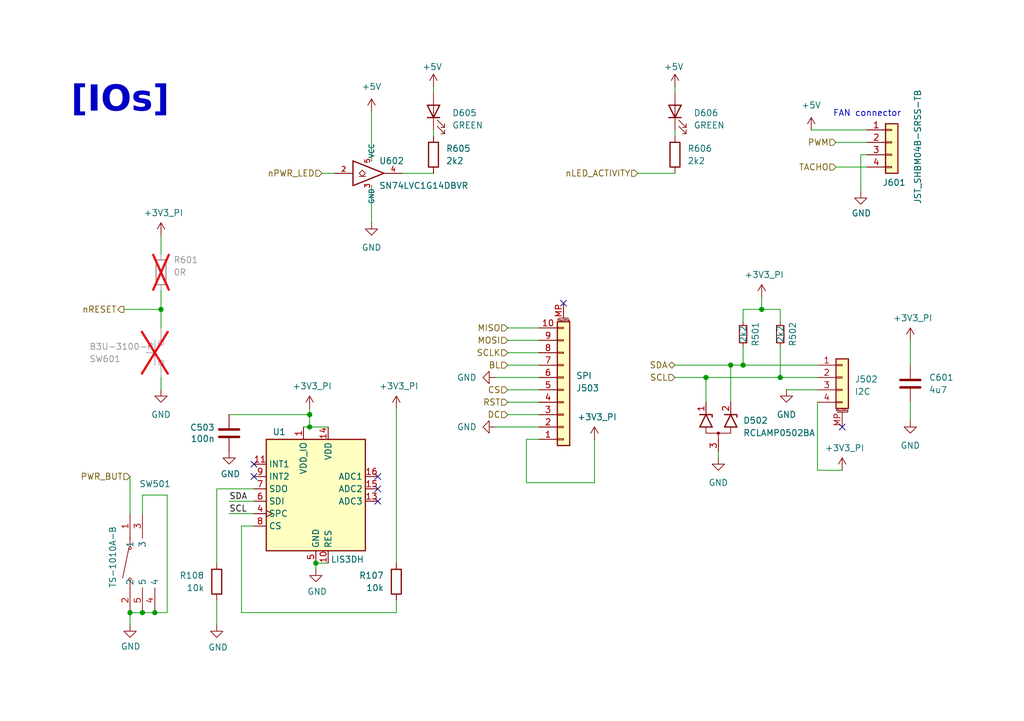
<source format=kicad_sch>
(kicad_sch (version 20250114) (generator "eeschema") (generator_version "9.0")
  (paper "A5")
  (title_block (title "CM5 MINIMA") (date "2024-12-17") (rev "2") (company "Pierluigi Colangeli"))
  (lib_symbols
    (symbol "74LVC1G07_copy_1"
      (property "Reference" "U1" (at 1.524 2.54 0))
      (property "Value" "74LVC1G07SE-7" (at 1.524 -2.54 0))
      (symbol "74LVC1G07_copy_1_0_1"
        (polyline (pts (xy -3.81 2.54) (xy -3.81 -2.54) (xy 2.54 0) (xy -3.81 2.54)) (stroke (width 0.254)))
        (polyline (pts (xy -2.54 -0.635) (xy -1.27 -0.635)))
        (polyline (pts (xy -1.905 0.635) (xy -2.54 0) (xy -1.905 -0.635) (xy -1.27 0) (xy -1.905 0.635)))
      )
      (symbol "74LVC1G07_copy_1_1_1"
        (pin input line (at -7.62 0 0) (length 3.81) (name "~") (number "2"))
        (pin no_connect line (at -5.08 5.08 0) (length 2.54) (hide yes) (name "1") (number "1"))
        (pin power_in line (at 0 2.54 90) (length 0) (name "VCC") (number "5"))
        (pin power_in line (at 0 -2.54 270) (length 0) (name "GND") (number "3"))
        (pin open_collector line (at 6.35 0 180) (length 3.81) (name "~") (number "4"))
      )
    )
    (symbol "Connector_Generic:Conn_01x04" (pin_names (offset 1.016) (hide yes))
      (property "Reference" "J" (at 0 5.08 0))
      (property "Value" "Conn_01x04" (at 0 -7.62 0))
      (symbol "Conn_01x04_1_1"
        (rectangle (start -1.27 3.81) (end 1.27 -6.35) (stroke (width 0.254)) (fill (type background)))
        (rectangle (start -1.27 2.667) (end 0 2.413) (stroke (width 0.1524)))
        (rectangle (start -1.27 0.127) (end 0 -0.127) (stroke (width 0.1524)))
        (rectangle (start -1.27 -2.413) (end 0 -2.667) (stroke (width 0.1524)))
        (rectangle (start -1.27 -4.953) (end 0 -5.207) (stroke (width 0.1524)))
        (pin passive line (at -5.08 2.54 0) (length 3.81) (name "Pin_1") (number "1"))
        (pin passive line (at -5.08 0 0) (length 3.81) (name "Pin_2") (number "2"))
        (pin passive line (at -5.08 -2.54 0) (length 3.81) (name "Pin_3") (number "3"))
        (pin passive line (at -5.08 -5.08 0) (length 3.81) (name "Pin_4") (number "4"))
      )
    )
    (symbol "Connector_Generic_MountingPin:Conn_01x04_MountingPin" (pin_names (offset 1.016) (hide yes))
      (property "Reference" "J" (at 0 5.08 0))
      (property "Value" "Conn_01x04_MountingPin" (at 1.27 -7.62 0))
      (symbol "Conn_01x04_MountingPin_1_1"
        (rectangle (start -1.27 3.81) (end 1.27 -6.35) (stroke (width 0.254)) (fill (type background)))
        (rectangle (start -1.27 2.667) (end 0 2.413) (stroke (width 0.1524)))
        (rectangle (start -1.27 0.127) (end 0 -0.127) (stroke (width 0.1524)))
        (rectangle (start -1.27 -2.413) (end 0 -2.667) (stroke (width 0.1524)))
        (rectangle (start -1.27 -4.953) (end 0 -5.207) (stroke (width 0.1524)))
        (polyline (pts (xy -1.016 -7.112) (xy 1.016 -7.112)) (stroke (width 0.1524)))
        (text "Mounting" (at 0 -6.731 0) (effects (font (size 0.381 0.381))))
        (pin passive line (at -5.08 2.54 0) (length 3.81) (name "Pin_1") (number "1"))
        (pin passive line (at -5.08 0 0) (length 3.81) (name "Pin_2") (number "2"))
        (pin passive line (at -5.08 -2.54 0) (length 3.81) (name "Pin_3") (number "3"))
        (pin passive line (at -5.08 -5.08 0) (length 3.81) (name "Pin_4") (number "4"))
        (pin passive line (at 0 -10.16 90) (length 3.048) (name "MountPin") (number "MP"))
      )
    )
    (symbol "Connector_Generic_MountingPin:Conn_01x10_MountingPin" (pin_names (offset 1.016) (hide yes))
      (property "Reference" "J" (at 0 12.7 0))
      (property "Value" "Conn_01x10_MountingPin" (at 1.27 -15.24 0))
      (symbol "Conn_01x10_MountingPin_1_1"
        (rectangle (start -1.27 11.43) (end 1.27 -13.97) (stroke (width 0.254)) (fill (type background)))
        (rectangle (start -1.27 10.287) (end 0 10.033) (stroke (width 0.1524)))
        (rectangle (start -1.27 7.747) (end 0 7.493) (stroke (width 0.1524)))
        (rectangle (start -1.27 5.207) (end 0 4.953) (stroke (width 0.1524)))
        (rectangle (start -1.27 2.667) (end 0 2.413) (stroke (width 0.1524)))
        (rectangle (start -1.27 0.127) (end 0 -0.127) (stroke (width 0.1524)))
        (rectangle (start -1.27 -2.413) (end 0 -2.667) (stroke (width 0.1524)))
        (rectangle (start -1.27 -4.953) (end 0 -5.207) (stroke (width 0.1524)))
        (rectangle (start -1.27 -7.493) (end 0 -7.747) (stroke (width 0.1524)))
        (rectangle (start -1.27 -10.033) (end 0 -10.287) (stroke (width 0.1524)))
        (rectangle (start -1.27 -12.573) (end 0 -12.827) (stroke (width 0.1524)))
        (polyline (pts (xy -1.016 -14.732) (xy 1.016 -14.732)) (stroke (width 0.1524)))
        (text "Mounting" (at 0 -14.351 0) (effects (font (size 0.381 0.381))))
        (pin passive line (at -5.08 10.16 0) (length 3.81) (name "Pin_1") (number "1"))
        (pin passive line (at -5.08 7.62 0) (length 3.81) (name "Pin_2") (number "2"))
        (pin passive line (at -5.08 5.08 0) (length 3.81) (name "Pin_3") (number "3"))
        (pin passive line (at -5.08 2.54 0) (length 3.81) (name "Pin_4") (number "4"))
        (pin passive line (at -5.08 0 0) (length 3.81) (name "Pin_5") (number "5"))
        (pin passive line (at -5.08 -2.54 0) (length 3.81) (name "Pin_6") (number "6"))
        (pin passive line (at -5.08 -5.08 0) (length 3.81) (name "Pin_7") (number "7"))
        (pin passive line (at -5.08 -7.62 0) (length 3.81) (name "Pin_8") (number "8"))
        (pin passive line (at -5.08 -10.16 0) (length 3.81) (name "Pin_9") (number "9"))
        (pin passive line (at -5.08 -12.7 0) (length 3.81) (name "Pin_10") (number "10"))
        (pin passive line (at 0 -17.78 90) (length 3.048) (name "MountPin") (number "MP"))
      )
    )
    (symbol "Device:C" (pin_numbers (hide yes)) (pin_names (offset 0.254))
      (property "Reference" "C" (at 0.635 2.54 0))
      (property "Value" "C" (at 0.635 -2.54 0))
      (symbol "C_0_1"
        (polyline (pts (xy -2.032 0.762) (xy 2.032 0.762)) (stroke (width 0.508)))
        (polyline (pts (xy -2.032 -0.762) (xy 2.032 -0.762)) (stroke (width 0.508)))
      )
      (symbol "C_1_1"
        (pin passive line (at 0 3.81 270) (length 2.794) (name "~") (number "1"))
        (pin passive line (at 0 -3.81 90) (length 2.794) (name "~") (number "2"))
      )
    )
    (symbol "Device:LED" (pin_numbers (hide yes)) (pin_names (offset 1.016) (hide yes))
      (property "Reference" "D" (at 0 2.54 0))
      (property "Value" "LED" (at 0 -2.54 0))
      (symbol "LED_0_1"
        (polyline (pts (xy -3.048 -0.762) (xy -4.572 -2.286) (xy -3.81 -2.286) (xy -4.572 -2.286) (xy -4.572 -1.524)))
        (polyline (pts (xy -1.778 -0.762) (xy -3.302 -2.286) (xy -2.54 -2.286) (xy -3.302 -2.286) (xy -3.302 -1.524)))
        (polyline (pts (xy -1.27 0) (xy 1.27 0)))
        (polyline (pts (xy -1.27 -1.27) (xy -1.27 1.27)) (stroke (width 0.254)))
        (polyline (pts (xy 1.27 -1.27) (xy 1.27 1.27) (xy -1.27 0) (xy 1.27 -1.27)) (stroke (width 0.254)))
      )
      (symbol "LED_1_1"
        (pin passive line (at -3.81 0 0) (length 2.54) (name "K") (number "1"))
        (pin passive line (at 3.81 0 180) (length 2.54) (name "A") (number "2"))
      )
    )
    (symbol "Device:R" (pin_numbers (hide yes)) (pin_names (offset 0))
      (property "Reference" "R" (at 2.032 0 90))
      (property "Value" "R" (at 0 0 90))
      (symbol "R_0_1"
        (rectangle (start -1.016 -2.54) (end 1.016 2.54) (stroke (width 0.254)))
      )
      (symbol "R_1_1"
        (pin passive line (at 0 3.81 270) (length 1.27) (name "~") (number "1"))
        (pin passive line (at 0 -3.81 90) (length 1.27) (name "~") (number "2"))
      )
    )
    (symbol "Device:R_Small" (pin_numbers (hide yes)) (pin_names (offset 0.254) (hide yes))
      (property "Reference" "R" (at 0.762 0.508 0))
      (property "Value" "R_Small" (at 0.762 -1.016 0))
      (symbol "R_Small_0_1"
        (rectangle (start -0.762 1.778) (end 0.762 -1.778) (stroke (width 0.2032)))
      )
      (symbol "R_Small_1_1"
        (pin passive line (at 0 2.54 270) (length 0.762) (name "~") (number "1"))
        (pin passive line (at 0 -2.54 90) (length 0.762) (name "~") (number "2"))
      )
    )
    (symbol "EasyEDA:TS-1010A-B"
      (property "Reference" "SW" (at 0 7.62 0))
      (property "Value" "TS-1010A-B" (at 0 -7.62 0))
      (symbol "TS-1010A-B_0_1"
        (polyline (pts (xy -4.83 2.54) (xy -5.33 2.54)))
        (polyline (pts (xy -4.83 2.54) (xy -3.3 2.54)))
        (polyline (pts (xy -3.05 2.79) (xy 3.05 4.06)))
        (circle (center -3.05 2.54) (radius 0.25))
        (circle (center 3.3 2.54) (radius 0.25))
        (polyline (pts (xy 5.08 2.54) (xy 3.56 2.54)))
        (pin unspecified line (at -10.16 2.54 0) (length 5.08) (name "1") (number "1"))
        (pin unspecified line (at -10.16 0 0) (length 5.08) (name "3") (number "3"))
        (pin unspecified line (at 10.16 2.54 180) (length 5.08) (name "2") (number "2"))
        (pin unspecified line (at 10.16 0 180) (length 5.08) (name "5") (number "5"))
        (pin unspecified line (at 10.16 -2.54 180) (length 5.08) (name "4") (number "4"))
      )
    )
    (symbol "Power_Protection:RCLAMP0502BA" (pin_names (hide yes))
      (property "Reference" "D" (at 0 5.08 0))
      (property "Value" "RCLAMP0502BA" (at 0 -5.08 0))
      (symbol "RCLAMP0502BA_0_1"
        (polyline (pts (xy -2.54 0) (xy -1.27 0)))
        (polyline (pts (xy -1.27 2.54) (xy -1.27 -2.54)))
        (polyline (pts (xy 0 2.54) (xy -1.27 2.54)) (stroke (width 0.1524)))
        (polyline (pts (xy 0 1.27) (xy 0 3.81) (xy 2.54 2.54) (xy 0 1.27)) (stroke (width 0.254)))
        (polyline (pts (xy 2.54 3.81) (xy 2.54 1.27) (xy 2.032 1.27)) (stroke (width 0.254)))
        (pin passive line (at -5.08 0 0) (length 2.54) (name "A") (number "3"))
      )
      (symbol "RCLAMP0502BA_1_1"
        (circle (center -1.27 0) (radius 0.254) (fill (type outline)))
        (polyline (pts (xy 0 -2.54) (xy -1.27 -2.54)) (stroke (width 0.1524)))
        (polyline (pts (xy 0 -3.81) (xy 0 -1.27) (xy 2.54 -2.54) (xy 0 -3.81)) (stroke (width 0.254)))
        (polyline (pts (xy 2.54 -1.27) (xy 2.54 -3.81) (xy 2.032 -3.81)) (stroke (width 0.254)))
        (pin passive line (at 5.08 2.54 180) (length 2.54) (name "K1") (number "1"))
        (pin passive line (at 5.08 -2.54 180) (length 2.54) (name "K2") (number "2"))
      )
    )
    (symbol "Sensor_Motion:LIS3DH"
      (property "Reference" "U" (at -7.62 11.43 0))
      (property "Value" "LIS3DH" (at 6.35 11.43 0))
      (symbol "LIS3DH_0_1"
        (rectangle (start -10.16 10.16) (end 10.16 -12.7) (stroke (width 0.254)) (fill (type background)))
      )
      (symbol "LIS3DH_1_1"
        (pin output line (at -12.7 5.08 0) (length 2.54) (name "INT1") (number "11"))
        (pin output line (at -12.7 2.54 0) (length 2.54) (name "INT2") (number "9"))
        (pin output line (at -12.7 0 0) (length 2.54) (name "SDO") (number "7"))
        (pin input line (at -12.7 -2.54 0) (length 2.54) (name "SDI") (number "6"))
        (pin input clock (at -12.7 -5.08 0) (length 2.54) (name "SPC") (number "4"))
        (pin input line (at -12.7 -7.62 0) (length 2.54) (name "CS") (number "8"))
        (pin power_in line (at -2.54 12.7 270) (length 2.54) (name "VDD_IO") (number "1"))
        (pin passive line (at 0 -15.24 90) (length 2.54) (hide yes) (name "GND") (number "12"))
        (pin power_in line (at 0 -15.24 90) (length 2.54) (name "GND") (number "5"))
        (pin power_in line (at 2.54 12.7 270) (length 2.54) (name "VDD") (number "14"))
        (pin passive line (at 2.54 -15.24 90) (length 2.54) (name "RES") (number "10"))
        (pin no_connect line (at 10.16 7.62 180) (length 2.54) (hide yes) (name "NC") (number "3"))
        (pin no_connect line (at 10.16 5.08 180) (length 2.54) (hide yes) (name "NC") (number "2"))
        (pin input line (at 12.7 2.54 180) (length 2.54) (name "ADC1") (number "16"))
        (pin input line (at 12.7 0 180) (length 2.54) (name "ADC2") (number "15"))
        (pin input line (at 12.7 -2.54 180) (length 2.54) (name "ADC3") (number "13"))
      )
    )
    (symbol "Switch:SW_Push" (pin_numbers (hide yes)) (pin_names (offset 1.016) (hide yes))
      (property "Reference" "SW" (at 1.27 2.54 0))
      (property "Value" "SW_Push" (at 0 -1.524 0))
      (symbol "SW_Push_0_1"
        (circle (center -2.032 0) (radius 0.508))
        (polyline (pts (xy 0 1.27) (xy 0 3.048)))
        (circle (center 2.032 0) (radius 0.508))
        (polyline (pts (xy 2.54 1.27) (xy -2.54 1.27)))
        (pin passive line (at -5.08 0 0) (length 2.54) (name "1") (number "1"))
        (pin passive line (at 5.08 0 180) (length 2.54) (name "2") (number "2"))
      )
    )
    (symbol "power:+3V3" (power) (pin_numbers (hide yes)) (pin_names (offset 0) (hide yes))
      (property "Value" "+3V3" (at 0 3.556 0))
      (symbol "+3V3_0_1"
        (polyline (pts (xy -0.762 1.27) (xy 0 2.54)))
        (polyline (pts (xy 0 2.54) (xy 0.762 1.27)))
        (polyline (pts (xy 0 0) (xy 0 2.54)))
      )
      (symbol "+3V3_1_1"
        (pin power_in line (at 0 0 90) (length 0) (name "~") (number "1"))
      )
    )
    (symbol "power:+5V" (power) (pin_numbers (hide yes)) (pin_names (offset 0) (hide yes))
      (property "Value" "+5V" (at 0 3.556 0))
      (symbol "+5V_0_1"
        (polyline (pts (xy -0.762 1.27) (xy 0 2.54)))
        (polyline (pts (xy 0 2.54) (xy 0.762 1.27)))
        (polyline (pts (xy 0 0) (xy 0 2.54)))
      )
      (symbol "+5V_1_1"
        (pin power_in line (at 0 0 90) (length 0) (name "~") (number "1"))
      )
    )
    (symbol "power:GND" (power) (pin_numbers (hide yes)) (pin_names (offset 0) (hide yes))
      (property "Value" "GND" (at 0 -3.81 0))
      (symbol "GND_0_1"
        (polyline (pts (xy 0 0) (xy 0 -1.27) (xy 1.27 -1.27) (xy 0 -2.54) (xy -1.27 -1.27) (xy 0 -1.27)))
      )
      (symbol "GND_1_1"
        (pin power_in line (at 0 0 270) (length 0) (name "~") (number "1"))
      )
    )
  )
  (text "[IOs]" (at 24.638 22.098 0) (effects (font (size 5.27 5.27) (bold yes))))
  (text "FAN connector\n" (at 170.815 24.13 0) (effects (font (size 1.27 1.27)) (justify left bottom)))
  (junction (at 152.4 74.93))
  (junction (at 144.78 77.47))
  (junction (at 149.86 74.93))
  (junction (at 160.02 77.47))
  (junction (at 63.5 87.63))
  (junction (at 31.75 125.73))
  (junction (at 156.21 63.5))
  (junction (at 26.67 125.73))
  (junction (at 64.77 115.57))
  (junction (at 33.02 63.5))
  (junction (at 29.21 125.73))
  (junction (at 63.5 85.09))
  (no_connect (at 77.47 100.33))
  (no_connect (at 52.07 95.25))
  (no_connect (at 77.47 97.79))
  (no_connect (at 172.72 87.63))
  (no_connect (at 115.57 62.23))
  (no_connect (at 52.07 97.79))
  (no_connect (at 77.47 102.87))
  (wire (pts (xy 110.49 80.01) (xy 104.14 80.01)))
  (wire (pts (xy 107.95 99.06) (xy 107.95 90.17)))
  (wire (pts (xy 31.75 125.73) (xy 34.29 125.73)))
  (wire (pts (xy 66.04 35.56) (xy 68.58 35.56)))
  (wire (pts (xy 104.14 74.93) (xy 110.49 74.93)))
  (wire (pts (xy 25.4 63.5) (xy 33.02 63.5)))
  (wire (pts (xy 171.45 34.29) (xy 177.8 34.29)))
  (wire (pts (xy 88.9 26.67) (xy 88.9 27.94)))
  (wire (pts (xy 147.32 93.98) (xy 147.32 92.71)))
  (wire (pts (xy 44.45 100.33) (xy 44.45 115.57)))
  (wire (pts (xy 26.67 97.79) (xy 26.67 105.41)))
  (wire (pts (xy 149.86 74.93) (xy 138.43 74.93)))
  (wire (pts (xy 121.92 99.06) (xy 107.95 99.06)))
  (wire (pts (xy 149.86 74.93) (xy 149.86 82.55)))
  (wire (pts (xy 29.21 101.6) (xy 34.29 101.6)))
  (wire (pts (xy 166.37 26.67) (xy 177.8 26.67)))
  (wire (pts (xy 152.4 63.5) (xy 156.21 63.5)))
  (wire (pts (xy 76.2 33.02) (xy 76.2 22.86)))
  (wire (pts (xy 33.02 59.69) (xy 33.02 63.5)))
  (wire (pts (xy 149.86 74.93) (xy 152.4 74.93)))
  (wire (pts (xy 33.02 77.47) (xy 33.02 80.01)))
  (wire (pts (xy 64.77 115.57) (xy 67.31 115.57)))
  (wire (pts (xy 160.02 71.12) (xy 160.02 77.47)))
  (wire (pts (xy 88.9 35.56) (xy 82.55 35.56)))
  (wire (pts (xy 63.5 83.82) (xy 63.5 85.09)))
  (wire (pts (xy 26.67 125.73) (xy 29.21 125.73)))
  (wire (pts (xy 52.07 100.33) (xy 44.45 100.33)))
  (wire (pts (xy 33.02 63.5) (xy 33.02 67.31)))
  (wire (pts (xy 29.21 125.73) (xy 31.75 125.73)))
  (wire (pts (xy 107.95 90.17) (xy 110.49 90.17)))
  (wire (pts (xy 101.6 87.63) (xy 110.49 87.63)))
  (wire (pts (xy 130.81 35.56) (xy 138.43 35.56)))
  (wire (pts (xy 33.02 52.07) (xy 33.02 48.26)))
  (wire (pts (xy 144.78 77.47) (xy 160.02 77.47)))
  (wire (pts (xy 156.21 63.5) (xy 160.02 63.5)))
  (wire (pts (xy 152.4 63.5) (xy 152.4 66.04)))
  (wire (pts (xy 160.02 77.47) (xy 167.64 77.47)))
  (wire (pts (xy 167.64 96.52) (xy 172.72 96.52)))
  (wire (pts (xy 81.28 125.73) (xy 81.28 123.19)))
  (wire (pts (xy 138.43 17.78) (xy 138.43 19.05)))
  (wire (pts (xy 26.67 125.73) (xy 26.67 128.27)))
  (wire (pts (xy 88.9 17.78) (xy 88.9 19.05)))
  (wire (pts (xy 49.53 125.73) (xy 81.28 125.73)))
  (wire (pts (xy 49.53 107.95) (xy 49.53 125.73)))
  (wire (pts (xy 152.4 71.12) (xy 152.4 74.93)))
  (wire (pts (xy 156.21 60.96) (xy 156.21 63.5)))
  (wire (pts (xy 64.77 116.84) (xy 64.77 115.57)))
  (wire (pts (xy 29.21 101.6) (xy 29.21 105.41)))
  (wire (pts (xy 63.5 85.09) (xy 63.5 87.63)))
  (wire (pts (xy 44.45 123.19) (xy 44.45 128.27)))
  (wire (pts (xy 110.49 72.39) (xy 104.14 72.39)))
  (wire (pts (xy 52.07 107.95) (xy 49.53 107.95)))
  (wire (pts (xy 121.92 99.06) (xy 121.92 90.17)))
  (wire (pts (xy 167.64 96.52) (xy 167.64 82.55)))
  (wire (pts (xy 110.49 82.55) (xy 104.14 82.55)))
  (wire (pts (xy 34.29 101.6) (xy 34.29 125.73)))
  (wire (pts (xy 171.45 29.21) (xy 177.8 29.21)))
  (wire (pts (xy 186.69 69.85) (xy 186.69 74.93)))
  (wire (pts (xy 144.78 77.47) (xy 138.43 77.47)))
  (wire (pts (xy 176.53 31.75) (xy 176.53 39.37)))
  (wire (pts (xy 46.99 102.87) (xy 52.07 102.87)))
  (wire (pts (xy 160.02 63.5) (xy 160.02 66.04)))
  (wire (pts (xy 152.4 74.93) (xy 167.64 74.93)))
  (wire (pts (xy 46.99 105.41) (xy 52.07 105.41)))
  (wire (pts (xy 81.28 83.82) (xy 81.28 115.57)))
  (wire (pts (xy 110.49 77.47) (xy 101.6 77.47)))
  (wire (pts (xy 46.99 85.09) (xy 63.5 85.09)))
  (wire (pts (xy 62.23 87.63) (xy 63.5 87.63)))
  (wire (pts (xy 76.2 38.1) (xy 76.2 45.72)))
  (wire (pts (xy 186.69 82.55) (xy 186.69 86.36)))
  (wire (pts (xy 177.8 31.75) (xy 176.53 31.75)))
  (wire (pts (xy 161.29 80.01) (xy 167.64 80.01)))
  (wire (pts (xy 144.78 77.47) (xy 144.78 82.55)))
  (wire (pts (xy 110.49 69.85) (xy 104.14 69.85)))
  (wire (pts (xy 110.49 67.31) (xy 104.14 67.31)))
  (wire (pts (xy 63.5 87.63) (xy 67.31 87.63)))
  (wire (pts (xy 138.43 26.67) (xy 138.43 27.94)))
  (wire (pts (xy 110.49 85.09) (xy 104.14 85.09)))
  (label "SCL" (at 46.99 105.41 0))
  (label "SDA" (at 46.99 102.87 0))
  (hierarchical_label "TACHO" (shape input) (at 171.45 34.29 180))
  (hierarchical_label "PWM" (shape input) (at 171.45 29.21 180))
  (hierarchical_label "nLED_ACTIVITY" (shape input) (at 130.81 35.56 180))
  (hierarchical_label "BL" (shape input) (at 104.14 74.93 180))
  (hierarchical_label "RST" (shape input) (at 104.14 82.55 180))
  (hierarchical_label "MOSI" (shape input) (at 104.14 69.85 180))
  (hierarchical_label "nPWR_LED" (shape input) (at 66.04 35.56 180))
  (hierarchical_label "SDA" (shape bidirectional) (at 138.43 74.93 180))
  (hierarchical_label "nRESET" (shape output) (at 25.4 63.5 180))
  (hierarchical_label "SCL" (shape input) (at 138.43 77.47 180))
  (hierarchical_label "SCLK" (shape input) (at 104.14 72.39 180))
  (hierarchical_label "DC" (shape input) (at 104.14 85.09 180))
  (hierarchical_label "PWR_BUT" (shape input) (at 26.67 97.79 180))
  (hierarchical_label "CS" (shape input) (at 104.14 80.01 180))
  (hierarchical_label "MISO" (shape input) (at 104.14 67.31 180))
  (symbol (lib_id "power:GND") (at 26.67 128.27 0) (unit 1)
    (property "Reference" "#PWR0606" (effects (hide yes)))
    (property "Value" "GND" (at 26.797 132.6642 0))
    (property "Description" "Power symbol creates a global label with name \"GND\" , ground" (effects (hide yes)))
  )
  (symbol (lib_id "power:GND") (at 101.6 87.63 270) (unit 1)
    (property "Reference" "#PWR0505" (effects (hide yes)))
    (property "Value" "GND" (at 97.79 87.6299 90) (effects (justify right)))
  )
  (symbol (lib_id "power:+3V3") (at 121.92 90.17 0) (unit 1)
    (property "Reference" "#PWR0509" (effects (hide yes)))
    (property "Value" "+3V3_PI" (at 118.364 85.598 0) (effects (justify left)))
    (property "Description" "Power symbol creates a global label with name \"+3V3\"" (effects (hide yes)))
  )
  (symbol (lib_id "power:GND") (at 33.02 80.01 0) (unit 1)
    (property "Reference" "#PWR0601" (effects (hide yes)))
    (property "Value" "GND" (at 33.02 85.09 0))
    (property "Description" "Power symbol creates a global label with name \"GND\" , ground" (effects (hide yes)))
  )
  (symbol (lib_id "EasyEDA:TS-1010A-B") (at 29.21 115.57 90) (mirror x) (unit 1)
    (property "Reference" "SW501" (at 35.052 99.314 90) (effects (justify left)))
    (property "Value" "TS-1010A-B" (at 23.114 107.95 0) (effects (justify left)))
    (property "Footprint" "EasyEDA:SW-SMD_TS-1010A-B" (effects (hide yes)))
    (property "Datasheet" "https://lcsc.com/product-detail/Tactile-Switches_XKB-Enterprise-TS-1010A-B_C381059.html" (effects (hide yes)))
    (property "LCSC Part" "C381059" (effects (hide yes)))
  )
  (symbol (lib_id "Device:C") (at 46.99 88.9 0) (mirror y) (unit 1)
    (property "Reference" "C503" (at 44.069 87.7316 0) (effects (justify left)))
    (property "Value" "100n" (at 44.069 90.043 0) (effects (justify left)))
    (property "Footprint" "Capacitor_SMD:C_0402_1005Metric" (effects (hide yes)))
    (property "Datasheet" "https://search.murata.co.jp/Ceramy/image/img/A01X/G101/ENG/GRM155R71C104KA88-01.pdf" (effects (hide yes)))
    (property "Field4" "Farnell" (effects (hide yes)))
    (property "Field5" "2611911" (effects (hide yes)))
    (property "Field6" "RM EMK105 B7104KV-F" (effects (hide yes)))
    (property "Field7" "TAIYO YUDEN EUROPE GMBH" (effects (hide yes)))
    (property "Part Description" "	0.1uF 10% 16V Ceramic Capacitor X7R 0402 (1005 Metric)" (effects (hide yes)))
    (property "Field8" "110091611" (effects (hide yes)))
  )
  (symbol (lib_id "power:+3V3") (at 33.02 48.26 0) (unit 1)
    (property "Reference" "#PWR0515" (effects (hide yes)))
    (property "Value" "+3V3_PI" (at 29.464 43.688 0) (effects (justify left)))
    (property "Description" "Power symbol creates a global label with name \"+3V3\"" (effects (hide yes)))
  )
  (symbol (lib_id "power:+5V") (at 76.2 22.86 0) (unit 1)
    (property "Reference" "#PWR0516" (effects (hide yes)))
    (property "Value" "+5V" (at 76.2 17.78 0))
    (property "Description" "Power symbol creates a global label with name \"+5V\"" (effects (hide yes)))
  )
  (symbol (lib_id "Connector_Generic_MountingPin:Conn_01x04_MountingPin") (at 172.72 77.47 0) (unit 1)
    (property "Reference" "J502" (at 175.26 77.8255 0) (effects (justify left)))
    (property "Value" "I2C" (at 175.26 80.3655 0) (effects (justify left)))
    (property "Footprint" "Connector_JST:JST_SH_BM04B-SRSS-TB_1x04-1MP_P1.00mm_Vertical" (effects (hide yes)))
    (property "Description" "Generic connectable mounting pin connector, single row, 01x04, script generated (kicad-library-utils/schlib/autogen/connector/)" (effects (hide yes)))
  )
  (symbol (lib_id "Device:R_Small") (at 152.4 68.58 0) (unit 1)
    (property "Reference" "R501" (at 154.94 68.58 90))
    (property "Value" "2k2" (at 152.4 68.58 90))
    (property "Footprint" "Resistor_SMD:R_0402_1005Metric" (effects (hide yes)))
  )
  (symbol (lib_id "Device:C") (at 186.69 78.74 0) (unit 1)
    (property "Reference" "C601" (at 190.5 77.47 0) (effects (justify left)))
    (property "Value" "4u7" (at 190.5 80.01 0) (effects (justify left)))
    (property "Footprint" "Capacitor_SMD:C_0805_2012Metric" (effects (hide yes)))
    (property "P/N" "C0805C475M3PAC" (effects (hide yes)))
    (property "Package" "0805" (effects (hide yes)))
    (property "VAux" "25V" (effects (hide yes)))
    (property "Part Description" "4.7uF 10% 10V Ceramic Capacitor X7R 0805 (2012 Metric)" (effects (hide yes)))
  )
  (symbol (lib_id "power:+3V3") (at 156.21 60.96 0) (unit 1)
    (property "Reference" "#PWR0507" (effects (hide yes)))
    (property "Value" "+3V3_PI" (at 152.654 56.388 0) (effects (justify left)))
    (property "Description" "Power symbol creates a global label with name \"+3V3\"" (effects (hide yes)))
  )
  (symbol (lib_id "power:GND") (at 46.99 92.71 0) (mirror y) (unit 1)
    (property "Reference" "#PWR0522" (effects (hide yes)))
    (property "Value" "GND" (at 45.212 97.282 0) (effects (justify right)))
  )
  (symbol (lib_id "power:+3V3") (at 63.5 83.82 0) (unit 1)
    (property "Reference" "#PWR0518" (effects (hide yes)))
    (property "Value" "+3V3_PI" (at 59.944 79.248 0) (effects (justify left)))
    (property "Description" "Power symbol creates a global label with name \"+3V3\"" (effects (hide yes)))
  )
  (symbol (lib_id "power:GND") (at 44.45 128.27 0) (mirror y) (unit 1)
    (property "Reference" "#PWR0521" (effects (hide yes)))
    (property "Value" "GND" (at 42.672 132.842 0) (effects (justify right)))
  )
  (symbol (lib_id "Device:R_Small") (at 160.02 68.58 0) (unit 1)
    (property "Reference" "R502" (at 162.56 68.58 90))
    (property "Value" "2k2" (at 160.02 68.58 90))
    (property "Footprint" "Resistor_SMD:R_0402_1005Metric" (effects (hide yes)))
  )
  (symbol (lib_id "power:+3V3") (at 172.72 96.52 0) (unit 1)
    (property "Reference" "#PWR0508" (effects (hide yes)))
    (property "Value" "+3V3_PI" (at 169.164 91.948 0) (effects (justify left)))
    (property "Description" "Power symbol creates a global label with name \"+3V3\"" (effects (hide yes)))
  )
  (symbol (lib_id "power:GND") (at 176.53 39.37 0) (unit 1)
    (property "Reference" "#PWR0610" (effects (hide yes)))
    (property "Value" "GND" (at 176.657 43.7642 0))
    (property "Description" "Power symbol creates a global label with name \"GND\" , ground" (effects (hide yes)))
  )
  (symbol (lib_id "Device:R") (at 138.43 31.75 0) (unit 1)
    (property "Reference" "R606" (at 140.97 30.4799 0) (effects (justify left)))
    (property "Value" "2k2" (at 140.97 33.0199 0) (effects (justify left)))
    (property "Footprint" "Resistor_SMD:R_0402_1005Metric" (effects (hide yes)))
    (property "Package" "0402" (effects (hide yes)))
  )
  (symbol (lib_id "power:GND") (at 147.32 93.98 0) (unit 1)
    (property "Reference" "#PWR0511" (effects (hide yes)))
    (property "Value" "GND" (at 147.32 99.06 0))
  )
  (symbol (lib_id "power:GND") (at 64.77 116.84 0) (mirror y) (unit 1)
    (property "Reference" "#PWR0512" (effects (hide yes)))
    (property "Value" "GND" (at 62.992 121.412 0) (effects (justify right)))
  )
  (symbol (lib_id "power:GND") (at 186.69 86.36 0) (unit 1)
    (property "Reference" "#PWR0602" (effects (hide yes)))
    (property "Value" "GND" (at 186.69 91.44 0))
    (property "Description" "Power symbol creates a global label with name \"GND\" , ground" (effects (hide yes)))
  )
  (symbol (lib_id "Device:R") (at 33.02 55.88 0) (unit 1) (in_bom no) (on_board no) (dnp yes)
    (property "Reference" "R601" (at 35.56 53.34 0) (effects (justify left)))
    (property "Value" "0R" (at 35.56 55.88 0) (effects (justify left)))
    (property "Footprint" "Resistor_SMD:R_0402_1005Metric" (effects (hide yes)))
    (property "Package" "0402" (effects (hide yes)))
  )
  (symbol (lib_id "Device:LED") (at 138.43 22.86 90) (unit 1)
    (property "Reference" "D606" (at 142.24 23.1775 90) (effects (justify right)))
    (property "Value" "GREEN" (at 142.24 25.7175 90) (effects (justify right)))
    (property "Footprint" "EasyEDA:LED-SMD_L1.7-W0.6-RD" (effects (hide yes)))
    (property "Package" "0603" (effects (hide yes)))
  )
  (symbol (lib_id "power:GND") (at 76.2 45.72 0) (unit 1)
    (property "Reference" "#PWR0607" (effects (hide yes)))
    (property "Value" "GND" (at 76.2 50.8 0))
    (property "Description" "Power symbol creates a global label with name \"GND\" , ground" (effects (hide yes)))
  )
  (symbol (lib_id "Device:R") (at 44.45 119.38 0) (mirror x) (unit 1)
    (property "Reference" "R108" (at 41.91 118.11 0) (effects (justify right)))
    (property "Value" "10k" (at 41.91 120.65 0) (effects (justify right)))
    (property "Footprint" "Resistor_SMD:R_0402_1005Metric" (effects (hide yes)))
    (property "Package" "0402" (effects (hide yes)))
  )
  (symbol (lib_id "Connector_Generic:Conn_01x04") (at 182.88 29.21 0) (unit 1)
    (property "Reference" "J601" (at 180.975 37.465 0) (effects (justify left)))
    (property "Value" "JST_SHBM04B-SRSS-TB" (at 188.214 41.91 90) (effects (justify left)))
    (property "Footprint" "Connector_JST:JST_SH_BM04B-SRSS-TB_1x04-1MP_P1.00mm_Vertical" (effects (hide yes)))
    (property "Field5" "SHBM04B-SRSS-TB" (effects (hide yes)))
    (property "Field6" "SHBM04B-SRSS-TB" (effects (hide yes)))
    (property "Field7" "JST" (effects (hide yes)))
    (property "Part Description" "4 pin vertical 1mm pitch connector" (effects (hide yes)))
  )
  (symbol (lib_id "power:+5V") (at 138.43 17.78 0) (unit 1)
    (property "Reference" "#PWR0510" (effects (hide yes)))
    (property "Value" "+5V" (at 138.176 13.716 0))
    (property "Description" "Power symbol creates a global label with name \"+5V\"" (effects (hide yes)))
  )
  (symbol (lib_id "power:+5V") (at 166.37 26.67 0) (unit 1)
    (property "Reference" "#PWR0520" (effects (hide yes)))
    (property "Value" "+5V" (at 166.37 21.59 0))
    (property "Description" "Power symbol creates a global label with name \"+5V\"" (effects (hide yes)))
  )
  (symbol (lib_id "Device:R") (at 81.28 119.38 0) (mirror x) (unit 1)
    (property "Reference" "R107" (at 78.74 118.11 0) (effects (justify right)))
    (property "Value" "10k" (at 78.74 120.65 0) (effects (justify right)))
    (property "Footprint" "Resistor_SMD:R_0402_1005Metric" (effects (hide yes)))
    (property "Package" "0402" (effects (hide yes)))
  )
  (symbol (lib_id "Power_Protection:RCLAMP0502BA") (at 147.32 87.63 90) (unit 1)
    (property "Reference" "D502" (at 152.4 86.2965 90) (effects (justify right)))
    (property "Value" "RCLAMP0502BA" (at 152.4 88.8365 90) (effects (justify right)))
    (property "Footprint" "Package_TO_SOT_SMD:SOT-416" (effects (hide yes)))
    (property "Datasheet" "https://www.semtech.com/products/circuit-protection/low-capacitance/rclamp0502ba" (effects (hide yes)))
  )
  (symbol (lib_id "Device:R") (at 88.9 31.75 0) (unit 1)
    (property "Reference" "R605" (at 91.44 30.4799 0) (effects (justify left)))
    (property "Value" "2k2" (at 91.44 33.0199 0) (effects (justify left)))
    (property "Footprint" "Resistor_SMD:R_0402_1005Metric" (effects (hide yes)))
    (property "Package" "0402" (effects (hide yes)))
  )
  (symbol (lib_id "power:GND") (at 101.6 77.47 270) (unit 1)
    (property "Reference" "#PWR0506" (effects (hide yes)))
    (property "Value" "GND" (at 97.79 77.4699 90) (effects (justify right)))
  )
  (symbol (lib_name "74LVC1G07_copy_1") (lib_id "CM4IO:74LVC1G07_copy") (at 76.2 35.56 0) (unit 1)
    (property "Reference" "U602" (at 77.724 33.02 0) (effects (justify left)))
    (property "Value" "SN74LVC1G14DBVR" (at 77.724 38.1 0) (effects (justify left)))
    (property "Footprint" "Package_TO_SOT_SMD:SOT-353_SC-70-5" (effects (hide yes)))
    (property "Datasheet" "https://www.lcsc.com/datasheet/lcsc_datasheet_2405141143_UMW-Youtai-Semiconductor-Co---Ltd--SN74LVC1G14DBVR_C434069.pdf" (effects (hide yes)))
    (property "Part Description" "Buffer, Non-Inverting 1 Element 1 Bit per Element Open Drain Output SOT-353" (effects (hide yes)))
    (property "P/N" "SN74LVC1G14DBVR" (effects (hide yes)))
  )
  (symbol (lib_id "power:+5V") (at 88.9 17.78 0) (unit 1)
    (property "Reference" "#PWR0517" (effects (hide yes)))
    (property "Value" "+5V" (at 88.646 13.716 0))
    (property "Description" "Power symbol creates a global label with name \"+5V\"" (effects (hide yes)))
  )
  (symbol (lib_id "Connector_Generic_MountingPin:Conn_01x10_MountingPin") (at 115.57 80.01 0) (mirror x) (unit 1)
    (property "Reference" "J503" (at 118.11 79.6544 0) (effects (justify left)))
    (property "Value" "SPI" (at 118.11 77.1144 0) (effects (justify left)))
    (property "Footprint" "Connector_JST:JST_SUR_BM10B-SURS-TF_1x10-1MP_P0.80mm_Vertical" (effects (hide yes)))
    (property "Description" "Generic connectable mounting pin connector, single row, 01x10, script generated (kicad-library-utils/schlib/autogen/connector/)" (effects (hide yes)))
  )
  (symbol (lib_id "power:+3V3") (at 186.69 69.85 0) (unit 1)
    (property "Reference" "#PWR0514" (effects (hide yes)))
    (property "Value" "+3V3_PI" (at 183.134 65.278 0) (effects (justify left)))
    (property "Description" "Power symbol creates a global label with name \"+3V3\"" (effects (hide yes)))
  )
  (symbol (lib_id "Switch:SW_Push") (at 33.02 72.39 90) (mirror x) (unit 1) (in_bom no) (on_board no) (dnp yes)
    (property "Reference" "SW601" (at 18.288 73.66 90) (effects (justify right)))
    (property "Value" "B3U-3100-P" (at 18.288 71.12 90) (effects (justify right)))
    (property "Footprint" "Button_Switch_SMD:SW_SPST_B3U-3100P-B" (effects (hide yes)))
    (property "Description" "Push button switch, generic, two pins" (effects (hide yes)))
  )
  (symbol (lib_id "power:+3V3") (at 81.28 83.82 0) (unit 1)
    (property "Reference" "#PWR0519" (effects (hide yes)))
    (property "Value" "+3V3_PI" (at 77.724 79.248 0) (effects (justify left)))
    (property "Description" "Power symbol creates a global label with name \"+3V3\"" (effects (hide yes)))
  )
  (symbol (lib_id "Device:LED") (at 88.9 22.86 90) (unit 1)
    (property "Reference" "D605" (at 92.71 23.1775 90) (effects (justify right)))
    (property "Value" "GREEN" (at 92.71 25.7175 90) (effects (justify right)))
    (property "Footprint" "EasyEDA:LED-SMD_L1.7-W0.6-RD" (effects (hide yes)))
    (property "Package" "0603" (effects (hide yes)))
  )
  (symbol (lib_id "Sensor_Motion:LIS3DH") (at 64.77 100.33 0) (unit 1)
    (property "Reference" "U1" (at 55.88 88.646 0) (effects (justify left)))
    (property "Value" "LIS3DH" (at 67.818 114.808 0) (effects (justify left)))
    (property "Footprint" "Package_LGA:LGA-16_3x3mm_P0.5mm_LayoutBorder3x5y" (effects (hide yes)))
    (property "Datasheet" "https://www.st.com/resource/en/datasheet/cd00274221.pdf" (effects (hide yes)))
    (property "Description" "3-Axis Accelerometer, 2/4/8/16g range, I2C/SPI interface, LGA-16" (effects (hide yes)))
  )
  (symbol (lib_id "power:GND") (at 161.29 80.01 0) (unit 1)
    (property "Reference" "#PWR0513" (effects (hide yes)))
    (property "Value" "GND" (at 161.29 85.09 0))
  )
)
</source>
